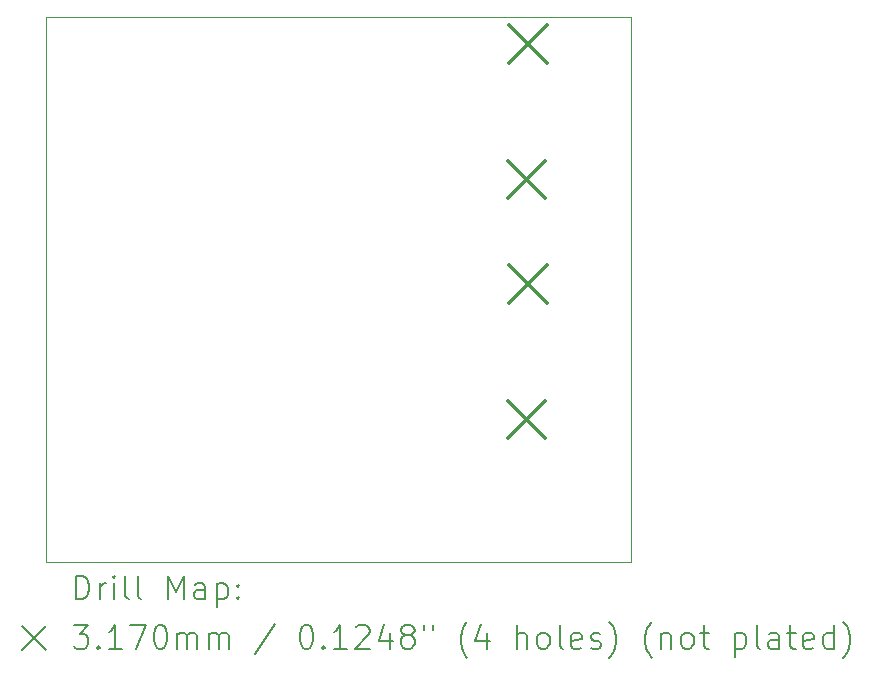
<source format=gbr>
%TF.GenerationSoftware,KiCad,Pcbnew,6.0.11-2627ca5db0~126~ubuntu20.04.1*%
%TF.CreationDate,2023-09-03T18:12:06+02:00*%
%TF.ProjectId,sboxnet-modul,73626f78-6e65-4742-9d6d-6f64756c2e6b,rev?*%
%TF.SameCoordinates,Original*%
%TF.FileFunction,Drillmap*%
%TF.FilePolarity,Positive*%
%FSLAX45Y45*%
G04 Gerber Fmt 4.5, Leading zero omitted, Abs format (unit mm)*
G04 Created by KiCad (PCBNEW 6.0.11-2627ca5db0~126~ubuntu20.04.1) date 2023-09-03 18:12:06*
%MOMM*%
%LPD*%
G01*
G04 APERTURE LIST*
%ADD10C,0.100000*%
%ADD11C,0.200000*%
%ADD12C,0.317000*%
G04 APERTURE END LIST*
D10*
X12573000Y-12192000D02*
X7620000Y-12192000D01*
X7620000Y-12192000D02*
X7617460Y-7576820D01*
X12570460Y-7579360D02*
X12573000Y-12192000D01*
X7617460Y-7576820D02*
X12570460Y-7579360D01*
D11*
D12*
X11525500Y-8795000D02*
X11842500Y-9112000D01*
X11842500Y-8795000D02*
X11525500Y-9112000D01*
X11525500Y-10827000D02*
X11842500Y-11144000D01*
X11842500Y-10827000D02*
X11525500Y-11144000D01*
X11537946Y-7648500D02*
X11854946Y-7965500D01*
X11854946Y-7648500D02*
X11537946Y-7965500D01*
X11537946Y-9680500D02*
X11854946Y-9997500D01*
X11854946Y-9680500D02*
X11537946Y-9997500D01*
D11*
X7870079Y-12507476D02*
X7870079Y-12307476D01*
X7917698Y-12307476D01*
X7946269Y-12317000D01*
X7965317Y-12336048D01*
X7974841Y-12355095D01*
X7984365Y-12393190D01*
X7984365Y-12421762D01*
X7974841Y-12459857D01*
X7965317Y-12478905D01*
X7946269Y-12497952D01*
X7917698Y-12507476D01*
X7870079Y-12507476D01*
X8070079Y-12507476D02*
X8070079Y-12374143D01*
X8070079Y-12412238D02*
X8079603Y-12393190D01*
X8089127Y-12383667D01*
X8108174Y-12374143D01*
X8127222Y-12374143D01*
X8193888Y-12507476D02*
X8193888Y-12374143D01*
X8193888Y-12307476D02*
X8184365Y-12317000D01*
X8193888Y-12326524D01*
X8203412Y-12317000D01*
X8193888Y-12307476D01*
X8193888Y-12326524D01*
X8317698Y-12507476D02*
X8298650Y-12497952D01*
X8289127Y-12478905D01*
X8289127Y-12307476D01*
X8422460Y-12507476D02*
X8403412Y-12497952D01*
X8393889Y-12478905D01*
X8393889Y-12307476D01*
X8651031Y-12507476D02*
X8651031Y-12307476D01*
X8717698Y-12450333D01*
X8784365Y-12307476D01*
X8784365Y-12507476D01*
X8965317Y-12507476D02*
X8965317Y-12402714D01*
X8955793Y-12383667D01*
X8936746Y-12374143D01*
X8898650Y-12374143D01*
X8879603Y-12383667D01*
X8965317Y-12497952D02*
X8946270Y-12507476D01*
X8898650Y-12507476D01*
X8879603Y-12497952D01*
X8870079Y-12478905D01*
X8870079Y-12459857D01*
X8879603Y-12440809D01*
X8898650Y-12431286D01*
X8946270Y-12431286D01*
X8965317Y-12421762D01*
X9060555Y-12374143D02*
X9060555Y-12574143D01*
X9060555Y-12383667D02*
X9079603Y-12374143D01*
X9117698Y-12374143D01*
X9136746Y-12383667D01*
X9146270Y-12393190D01*
X9155793Y-12412238D01*
X9155793Y-12469381D01*
X9146270Y-12488428D01*
X9136746Y-12497952D01*
X9117698Y-12507476D01*
X9079603Y-12507476D01*
X9060555Y-12497952D01*
X9241508Y-12488428D02*
X9251031Y-12497952D01*
X9241508Y-12507476D01*
X9231984Y-12497952D01*
X9241508Y-12488428D01*
X9241508Y-12507476D01*
X9241508Y-12383667D02*
X9251031Y-12393190D01*
X9241508Y-12402714D01*
X9231984Y-12393190D01*
X9241508Y-12383667D01*
X9241508Y-12402714D01*
X7412460Y-12737000D02*
X7612460Y-12937000D01*
X7612460Y-12737000D02*
X7412460Y-12937000D01*
X7851031Y-12727476D02*
X7974841Y-12727476D01*
X7908174Y-12803667D01*
X7936746Y-12803667D01*
X7955793Y-12813190D01*
X7965317Y-12822714D01*
X7974841Y-12841762D01*
X7974841Y-12889381D01*
X7965317Y-12908428D01*
X7955793Y-12917952D01*
X7936746Y-12927476D01*
X7879603Y-12927476D01*
X7860555Y-12917952D01*
X7851031Y-12908428D01*
X8060555Y-12908428D02*
X8070079Y-12917952D01*
X8060555Y-12927476D01*
X8051031Y-12917952D01*
X8060555Y-12908428D01*
X8060555Y-12927476D01*
X8260555Y-12927476D02*
X8146269Y-12927476D01*
X8203412Y-12927476D02*
X8203412Y-12727476D01*
X8184365Y-12756048D01*
X8165317Y-12775095D01*
X8146269Y-12784619D01*
X8327222Y-12727476D02*
X8460555Y-12727476D01*
X8374841Y-12927476D01*
X8574841Y-12727476D02*
X8593889Y-12727476D01*
X8612936Y-12737000D01*
X8622460Y-12746524D01*
X8631984Y-12765571D01*
X8641508Y-12803667D01*
X8641508Y-12851286D01*
X8631984Y-12889381D01*
X8622460Y-12908428D01*
X8612936Y-12917952D01*
X8593889Y-12927476D01*
X8574841Y-12927476D01*
X8555793Y-12917952D01*
X8546270Y-12908428D01*
X8536746Y-12889381D01*
X8527222Y-12851286D01*
X8527222Y-12803667D01*
X8536746Y-12765571D01*
X8546270Y-12746524D01*
X8555793Y-12737000D01*
X8574841Y-12727476D01*
X8727222Y-12927476D02*
X8727222Y-12794143D01*
X8727222Y-12813190D02*
X8736746Y-12803667D01*
X8755793Y-12794143D01*
X8784365Y-12794143D01*
X8803412Y-12803667D01*
X8812936Y-12822714D01*
X8812936Y-12927476D01*
X8812936Y-12822714D02*
X8822460Y-12803667D01*
X8841508Y-12794143D01*
X8870079Y-12794143D01*
X8889127Y-12803667D01*
X8898650Y-12822714D01*
X8898650Y-12927476D01*
X8993889Y-12927476D02*
X8993889Y-12794143D01*
X8993889Y-12813190D02*
X9003412Y-12803667D01*
X9022460Y-12794143D01*
X9051031Y-12794143D01*
X9070079Y-12803667D01*
X9079603Y-12822714D01*
X9079603Y-12927476D01*
X9079603Y-12822714D02*
X9089127Y-12803667D01*
X9108174Y-12794143D01*
X9136746Y-12794143D01*
X9155793Y-12803667D01*
X9165317Y-12822714D01*
X9165317Y-12927476D01*
X9555793Y-12717952D02*
X9384365Y-12975095D01*
X9812936Y-12727476D02*
X9831984Y-12727476D01*
X9851031Y-12737000D01*
X9860555Y-12746524D01*
X9870079Y-12765571D01*
X9879603Y-12803667D01*
X9879603Y-12851286D01*
X9870079Y-12889381D01*
X9860555Y-12908428D01*
X9851031Y-12917952D01*
X9831984Y-12927476D01*
X9812936Y-12927476D01*
X9793889Y-12917952D01*
X9784365Y-12908428D01*
X9774841Y-12889381D01*
X9765317Y-12851286D01*
X9765317Y-12803667D01*
X9774841Y-12765571D01*
X9784365Y-12746524D01*
X9793889Y-12737000D01*
X9812936Y-12727476D01*
X9965317Y-12908428D02*
X9974841Y-12917952D01*
X9965317Y-12927476D01*
X9955793Y-12917952D01*
X9965317Y-12908428D01*
X9965317Y-12927476D01*
X10165317Y-12927476D02*
X10051031Y-12927476D01*
X10108174Y-12927476D02*
X10108174Y-12727476D01*
X10089127Y-12756048D01*
X10070079Y-12775095D01*
X10051031Y-12784619D01*
X10241508Y-12746524D02*
X10251031Y-12737000D01*
X10270079Y-12727476D01*
X10317698Y-12727476D01*
X10336746Y-12737000D01*
X10346270Y-12746524D01*
X10355793Y-12765571D01*
X10355793Y-12784619D01*
X10346270Y-12813190D01*
X10231984Y-12927476D01*
X10355793Y-12927476D01*
X10527222Y-12794143D02*
X10527222Y-12927476D01*
X10479603Y-12717952D02*
X10431984Y-12860809D01*
X10555793Y-12860809D01*
X10660555Y-12813190D02*
X10641508Y-12803667D01*
X10631984Y-12794143D01*
X10622460Y-12775095D01*
X10622460Y-12765571D01*
X10631984Y-12746524D01*
X10641508Y-12737000D01*
X10660555Y-12727476D01*
X10698650Y-12727476D01*
X10717698Y-12737000D01*
X10727222Y-12746524D01*
X10736746Y-12765571D01*
X10736746Y-12775095D01*
X10727222Y-12794143D01*
X10717698Y-12803667D01*
X10698650Y-12813190D01*
X10660555Y-12813190D01*
X10641508Y-12822714D01*
X10631984Y-12832238D01*
X10622460Y-12851286D01*
X10622460Y-12889381D01*
X10631984Y-12908428D01*
X10641508Y-12917952D01*
X10660555Y-12927476D01*
X10698650Y-12927476D01*
X10717698Y-12917952D01*
X10727222Y-12908428D01*
X10736746Y-12889381D01*
X10736746Y-12851286D01*
X10727222Y-12832238D01*
X10717698Y-12822714D01*
X10698650Y-12813190D01*
X10812936Y-12727476D02*
X10812936Y-12765571D01*
X10889127Y-12727476D02*
X10889127Y-12765571D01*
X11184365Y-13003667D02*
X11174841Y-12994143D01*
X11155793Y-12965571D01*
X11146270Y-12946524D01*
X11136746Y-12917952D01*
X11127222Y-12870333D01*
X11127222Y-12832238D01*
X11136746Y-12784619D01*
X11146270Y-12756048D01*
X11155793Y-12737000D01*
X11174841Y-12708428D01*
X11184365Y-12698905D01*
X11346269Y-12794143D02*
X11346269Y-12927476D01*
X11298650Y-12717952D02*
X11251031Y-12860809D01*
X11374841Y-12860809D01*
X11603412Y-12927476D02*
X11603412Y-12727476D01*
X11689127Y-12927476D02*
X11689127Y-12822714D01*
X11679603Y-12803667D01*
X11660555Y-12794143D01*
X11631984Y-12794143D01*
X11612936Y-12803667D01*
X11603412Y-12813190D01*
X11812936Y-12927476D02*
X11793888Y-12917952D01*
X11784365Y-12908428D01*
X11774841Y-12889381D01*
X11774841Y-12832238D01*
X11784365Y-12813190D01*
X11793888Y-12803667D01*
X11812936Y-12794143D01*
X11841508Y-12794143D01*
X11860555Y-12803667D01*
X11870079Y-12813190D01*
X11879603Y-12832238D01*
X11879603Y-12889381D01*
X11870079Y-12908428D01*
X11860555Y-12917952D01*
X11841508Y-12927476D01*
X11812936Y-12927476D01*
X11993888Y-12927476D02*
X11974841Y-12917952D01*
X11965317Y-12898905D01*
X11965317Y-12727476D01*
X12146269Y-12917952D02*
X12127222Y-12927476D01*
X12089127Y-12927476D01*
X12070079Y-12917952D01*
X12060555Y-12898905D01*
X12060555Y-12822714D01*
X12070079Y-12803667D01*
X12089127Y-12794143D01*
X12127222Y-12794143D01*
X12146269Y-12803667D01*
X12155793Y-12822714D01*
X12155793Y-12841762D01*
X12060555Y-12860809D01*
X12231984Y-12917952D02*
X12251031Y-12927476D01*
X12289127Y-12927476D01*
X12308174Y-12917952D01*
X12317698Y-12898905D01*
X12317698Y-12889381D01*
X12308174Y-12870333D01*
X12289127Y-12860809D01*
X12260555Y-12860809D01*
X12241508Y-12851286D01*
X12231984Y-12832238D01*
X12231984Y-12822714D01*
X12241508Y-12803667D01*
X12260555Y-12794143D01*
X12289127Y-12794143D01*
X12308174Y-12803667D01*
X12384365Y-13003667D02*
X12393888Y-12994143D01*
X12412936Y-12965571D01*
X12422460Y-12946524D01*
X12431984Y-12917952D01*
X12441508Y-12870333D01*
X12441508Y-12832238D01*
X12431984Y-12784619D01*
X12422460Y-12756048D01*
X12412936Y-12737000D01*
X12393888Y-12708428D01*
X12384365Y-12698905D01*
X12746269Y-13003667D02*
X12736746Y-12994143D01*
X12717698Y-12965571D01*
X12708174Y-12946524D01*
X12698650Y-12917952D01*
X12689127Y-12870333D01*
X12689127Y-12832238D01*
X12698650Y-12784619D01*
X12708174Y-12756048D01*
X12717698Y-12737000D01*
X12736746Y-12708428D01*
X12746269Y-12698905D01*
X12822460Y-12794143D02*
X12822460Y-12927476D01*
X12822460Y-12813190D02*
X12831984Y-12803667D01*
X12851031Y-12794143D01*
X12879603Y-12794143D01*
X12898650Y-12803667D01*
X12908174Y-12822714D01*
X12908174Y-12927476D01*
X13031984Y-12927476D02*
X13012936Y-12917952D01*
X13003412Y-12908428D01*
X12993888Y-12889381D01*
X12993888Y-12832238D01*
X13003412Y-12813190D01*
X13012936Y-12803667D01*
X13031984Y-12794143D01*
X13060555Y-12794143D01*
X13079603Y-12803667D01*
X13089127Y-12813190D01*
X13098650Y-12832238D01*
X13098650Y-12889381D01*
X13089127Y-12908428D01*
X13079603Y-12917952D01*
X13060555Y-12927476D01*
X13031984Y-12927476D01*
X13155793Y-12794143D02*
X13231984Y-12794143D01*
X13184365Y-12727476D02*
X13184365Y-12898905D01*
X13193888Y-12917952D01*
X13212936Y-12927476D01*
X13231984Y-12927476D01*
X13451031Y-12794143D02*
X13451031Y-12994143D01*
X13451031Y-12803667D02*
X13470079Y-12794143D01*
X13508174Y-12794143D01*
X13527222Y-12803667D01*
X13536746Y-12813190D01*
X13546269Y-12832238D01*
X13546269Y-12889381D01*
X13536746Y-12908428D01*
X13527222Y-12917952D01*
X13508174Y-12927476D01*
X13470079Y-12927476D01*
X13451031Y-12917952D01*
X13660555Y-12927476D02*
X13641508Y-12917952D01*
X13631984Y-12898905D01*
X13631984Y-12727476D01*
X13822460Y-12927476D02*
X13822460Y-12822714D01*
X13812936Y-12803667D01*
X13793888Y-12794143D01*
X13755793Y-12794143D01*
X13736746Y-12803667D01*
X13822460Y-12917952D02*
X13803412Y-12927476D01*
X13755793Y-12927476D01*
X13736746Y-12917952D01*
X13727222Y-12898905D01*
X13727222Y-12879857D01*
X13736746Y-12860809D01*
X13755793Y-12851286D01*
X13803412Y-12851286D01*
X13822460Y-12841762D01*
X13889127Y-12794143D02*
X13965317Y-12794143D01*
X13917698Y-12727476D02*
X13917698Y-12898905D01*
X13927222Y-12917952D01*
X13946269Y-12927476D01*
X13965317Y-12927476D01*
X14108174Y-12917952D02*
X14089127Y-12927476D01*
X14051031Y-12927476D01*
X14031984Y-12917952D01*
X14022460Y-12898905D01*
X14022460Y-12822714D01*
X14031984Y-12803667D01*
X14051031Y-12794143D01*
X14089127Y-12794143D01*
X14108174Y-12803667D01*
X14117698Y-12822714D01*
X14117698Y-12841762D01*
X14022460Y-12860809D01*
X14289127Y-12927476D02*
X14289127Y-12727476D01*
X14289127Y-12917952D02*
X14270079Y-12927476D01*
X14231984Y-12927476D01*
X14212936Y-12917952D01*
X14203412Y-12908428D01*
X14193888Y-12889381D01*
X14193888Y-12832238D01*
X14203412Y-12813190D01*
X14212936Y-12803667D01*
X14231984Y-12794143D01*
X14270079Y-12794143D01*
X14289127Y-12803667D01*
X14365317Y-13003667D02*
X14374841Y-12994143D01*
X14393888Y-12965571D01*
X14403412Y-12946524D01*
X14412936Y-12917952D01*
X14422460Y-12870333D01*
X14422460Y-12832238D01*
X14412936Y-12784619D01*
X14403412Y-12756048D01*
X14393888Y-12737000D01*
X14374841Y-12708428D01*
X14365317Y-12698905D01*
M02*

</source>
